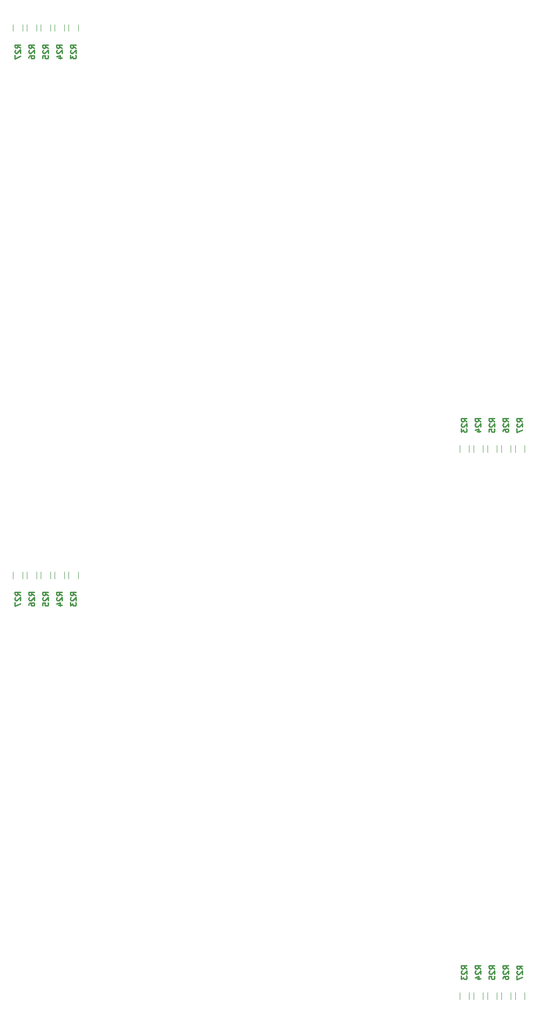
<source format=gbr>
G04 #@! TF.FileFunction,Legend,Bot*
%FSLAX46Y46*%
G04 Gerber Fmt 4.6, Leading zero omitted, Abs format (unit mm)*
G04 Created by KiCad (PCBNEW 4.0.7-e2-6376~58~ubuntu16.04.1) date Sun Nov 18 23:18:58 2018*
%MOMM*%
%LPD*%
G01*
G04 APERTURE LIST*
%ADD10C,0.100000*%
%ADD11C,0.120000*%
%ADD12C,0.250000*%
G04 APERTURE END LIST*
D10*
D11*
X60062580Y-112156880D02*
X60062580Y-110956880D01*
X58302580Y-110956880D02*
X58302580Y-112156880D01*
X62602580Y-112156880D02*
X62602580Y-110956880D01*
X60842580Y-110956880D02*
X60842580Y-112156880D01*
X65142580Y-112156880D02*
X65142580Y-110956880D01*
X63382580Y-110956880D02*
X63382580Y-112156880D01*
X54982580Y-112156880D02*
X54982580Y-110956880D01*
X53222580Y-110956880D02*
X53222580Y-112156880D01*
X57522580Y-112156880D02*
X57522580Y-110956880D01*
X55762580Y-110956880D02*
X55762580Y-112156880D01*
X139937420Y-187843120D02*
X139937420Y-189043120D01*
X141697420Y-189043120D02*
X141697420Y-187843120D01*
X137397420Y-187843120D02*
X137397420Y-189043120D01*
X139157420Y-189043120D02*
X139157420Y-187843120D01*
X134857420Y-187843120D02*
X134857420Y-189043120D01*
X136617420Y-189043120D02*
X136617420Y-187843120D01*
X145017420Y-187843120D02*
X145017420Y-189043120D01*
X146777420Y-189043120D02*
X146777420Y-187843120D01*
X142477420Y-187843120D02*
X142477420Y-189043120D01*
X144237420Y-189043120D02*
X144237420Y-187843120D01*
X139937420Y-87843120D02*
X139937420Y-89043120D01*
X141697420Y-89043120D02*
X141697420Y-87843120D01*
X137397420Y-87843120D02*
X137397420Y-89043120D01*
X139157420Y-89043120D02*
X139157420Y-87843120D01*
X134857420Y-87843120D02*
X134857420Y-89043120D01*
X136617420Y-89043120D02*
X136617420Y-87843120D01*
X145017420Y-87843120D02*
X145017420Y-89043120D01*
X146777420Y-89043120D02*
X146777420Y-87843120D01*
X142477420Y-87843120D02*
X142477420Y-89043120D01*
X144237420Y-89043120D02*
X144237420Y-87843120D01*
X65142580Y-12156880D02*
X65142580Y-10956880D01*
X63382580Y-10956880D02*
X63382580Y-12156880D01*
X62602580Y-12156880D02*
X62602580Y-10956880D01*
X60842580Y-10956880D02*
X60842580Y-12156880D01*
X60062580Y-12156880D02*
X60062580Y-10956880D01*
X58302580Y-10956880D02*
X58302580Y-12156880D01*
X57522580Y-12156880D02*
X57522580Y-10956880D01*
X55762580Y-10956880D02*
X55762580Y-12156880D01*
X54982580Y-12156880D02*
X54982580Y-10956880D01*
X53222580Y-10956880D02*
X53222580Y-12156880D01*
D12*
X59634581Y-115232143D02*
X59158390Y-114898809D01*
X59634581Y-114660714D02*
X58634581Y-114660714D01*
X58634581Y-115041667D01*
X58682200Y-115136905D01*
X58729819Y-115184524D01*
X58825057Y-115232143D01*
X58967914Y-115232143D01*
X59063152Y-115184524D01*
X59110771Y-115136905D01*
X59158390Y-115041667D01*
X59158390Y-114660714D01*
X58729819Y-115613095D02*
X58682200Y-115660714D01*
X58634581Y-115755952D01*
X58634581Y-115994048D01*
X58682200Y-116089286D01*
X58729819Y-116136905D01*
X58825057Y-116184524D01*
X58920295Y-116184524D01*
X59063152Y-116136905D01*
X59634581Y-115565476D01*
X59634581Y-116184524D01*
X58634581Y-117089286D02*
X58634581Y-116613095D01*
X59110771Y-116565476D01*
X59063152Y-116613095D01*
X59015533Y-116708333D01*
X59015533Y-116946429D01*
X59063152Y-117041667D01*
X59110771Y-117089286D01*
X59206010Y-117136905D01*
X59444105Y-117136905D01*
X59539343Y-117089286D01*
X59586962Y-117041667D01*
X59634581Y-116946429D01*
X59634581Y-116708333D01*
X59586962Y-116613095D01*
X59539343Y-116565476D01*
X62174961Y-115232143D02*
X61698770Y-114898809D01*
X62174961Y-114660714D02*
X61174961Y-114660714D01*
X61174961Y-115041667D01*
X61222580Y-115136905D01*
X61270199Y-115184524D01*
X61365437Y-115232143D01*
X61508294Y-115232143D01*
X61603532Y-115184524D01*
X61651151Y-115136905D01*
X61698770Y-115041667D01*
X61698770Y-114660714D01*
X61270199Y-115613095D02*
X61222580Y-115660714D01*
X61174961Y-115755952D01*
X61174961Y-115994048D01*
X61222580Y-116089286D01*
X61270199Y-116136905D01*
X61365437Y-116184524D01*
X61460675Y-116184524D01*
X61603532Y-116136905D01*
X62174961Y-115565476D01*
X62174961Y-116184524D01*
X61508294Y-117041667D02*
X62174961Y-117041667D01*
X61127342Y-116803571D02*
X61841628Y-116565476D01*
X61841628Y-117184524D01*
X64714581Y-115232143D02*
X64238390Y-114898809D01*
X64714581Y-114660714D02*
X63714581Y-114660714D01*
X63714581Y-115041667D01*
X63762200Y-115136905D01*
X63809819Y-115184524D01*
X63905057Y-115232143D01*
X64047914Y-115232143D01*
X64143152Y-115184524D01*
X64190771Y-115136905D01*
X64238390Y-115041667D01*
X64238390Y-114660714D01*
X63809819Y-115613095D02*
X63762200Y-115660714D01*
X63714581Y-115755952D01*
X63714581Y-115994048D01*
X63762200Y-116089286D01*
X63809819Y-116136905D01*
X63905057Y-116184524D01*
X64000295Y-116184524D01*
X64143152Y-116136905D01*
X64714581Y-115565476D01*
X64714581Y-116184524D01*
X63714581Y-116517857D02*
X63714581Y-117136905D01*
X64095533Y-116803571D01*
X64095533Y-116946429D01*
X64143152Y-117041667D01*
X64190771Y-117089286D01*
X64286010Y-117136905D01*
X64524105Y-117136905D01*
X64619343Y-117089286D01*
X64666962Y-117041667D01*
X64714581Y-116946429D01*
X64714581Y-116660714D01*
X64666962Y-116565476D01*
X64619343Y-116517857D01*
X54554581Y-115206743D02*
X54078390Y-114873409D01*
X54554581Y-114635314D02*
X53554581Y-114635314D01*
X53554581Y-115016267D01*
X53602200Y-115111505D01*
X53649819Y-115159124D01*
X53745057Y-115206743D01*
X53887914Y-115206743D01*
X53983152Y-115159124D01*
X54030771Y-115111505D01*
X54078390Y-115016267D01*
X54078390Y-114635314D01*
X53649819Y-115587695D02*
X53602200Y-115635314D01*
X53554581Y-115730552D01*
X53554581Y-115968648D01*
X53602200Y-116063886D01*
X53649819Y-116111505D01*
X53745057Y-116159124D01*
X53840295Y-116159124D01*
X53983152Y-116111505D01*
X54554581Y-115540076D01*
X54554581Y-116159124D01*
X53554581Y-116492457D02*
X53554581Y-117159124D01*
X54554581Y-116730552D01*
X57094581Y-115232143D02*
X56618390Y-114898809D01*
X57094581Y-114660714D02*
X56094581Y-114660714D01*
X56094581Y-115041667D01*
X56142200Y-115136905D01*
X56189819Y-115184524D01*
X56285057Y-115232143D01*
X56427914Y-115232143D01*
X56523152Y-115184524D01*
X56570771Y-115136905D01*
X56618390Y-115041667D01*
X56618390Y-114660714D01*
X56189819Y-115613095D02*
X56142200Y-115660714D01*
X56094581Y-115755952D01*
X56094581Y-115994048D01*
X56142200Y-116089286D01*
X56189819Y-116136905D01*
X56285057Y-116184524D01*
X56380295Y-116184524D01*
X56523152Y-116136905D01*
X57094581Y-115565476D01*
X57094581Y-116184524D01*
X56094581Y-117041667D02*
X56094581Y-116851190D01*
X56142200Y-116755952D01*
X56189819Y-116708333D01*
X56332676Y-116613095D01*
X56523152Y-116565476D01*
X56904105Y-116565476D01*
X56999343Y-116613095D01*
X57046962Y-116660714D01*
X57094581Y-116755952D01*
X57094581Y-116946429D01*
X57046962Y-117041667D01*
X56999343Y-117089286D01*
X56904105Y-117136905D01*
X56666010Y-117136905D01*
X56570771Y-117089286D01*
X56523152Y-117041667D01*
X56475533Y-116946429D01*
X56475533Y-116755952D01*
X56523152Y-116660714D01*
X56570771Y-116613095D01*
X56666010Y-116565476D01*
X141270181Y-183482143D02*
X140793990Y-183148809D01*
X141270181Y-182910714D02*
X140270181Y-182910714D01*
X140270181Y-183291667D01*
X140317800Y-183386905D01*
X140365419Y-183434524D01*
X140460657Y-183482143D01*
X140603514Y-183482143D01*
X140698752Y-183434524D01*
X140746371Y-183386905D01*
X140793990Y-183291667D01*
X140793990Y-182910714D01*
X140365419Y-183863095D02*
X140317800Y-183910714D01*
X140270181Y-184005952D01*
X140270181Y-184244048D01*
X140317800Y-184339286D01*
X140365419Y-184386905D01*
X140460657Y-184434524D01*
X140555895Y-184434524D01*
X140698752Y-184386905D01*
X141270181Y-183815476D01*
X141270181Y-184434524D01*
X140270181Y-185339286D02*
X140270181Y-184863095D01*
X140746371Y-184815476D01*
X140698752Y-184863095D01*
X140651133Y-184958333D01*
X140651133Y-185196429D01*
X140698752Y-185291667D01*
X140746371Y-185339286D01*
X140841610Y-185386905D01*
X141079705Y-185386905D01*
X141174943Y-185339286D01*
X141222562Y-185291667D01*
X141270181Y-185196429D01*
X141270181Y-184958333D01*
X141222562Y-184863095D01*
X141174943Y-184815476D01*
X138729801Y-183482143D02*
X138253610Y-183148809D01*
X138729801Y-182910714D02*
X137729801Y-182910714D01*
X137729801Y-183291667D01*
X137777420Y-183386905D01*
X137825039Y-183434524D01*
X137920277Y-183482143D01*
X138063134Y-183482143D01*
X138158372Y-183434524D01*
X138205991Y-183386905D01*
X138253610Y-183291667D01*
X138253610Y-182910714D01*
X137825039Y-183863095D02*
X137777420Y-183910714D01*
X137729801Y-184005952D01*
X137729801Y-184244048D01*
X137777420Y-184339286D01*
X137825039Y-184386905D01*
X137920277Y-184434524D01*
X138015515Y-184434524D01*
X138158372Y-184386905D01*
X138729801Y-183815476D01*
X138729801Y-184434524D01*
X138063134Y-185291667D02*
X138729801Y-185291667D01*
X137682182Y-185053571D02*
X138396468Y-184815476D01*
X138396468Y-185434524D01*
X136190181Y-183482143D02*
X135713990Y-183148809D01*
X136190181Y-182910714D02*
X135190181Y-182910714D01*
X135190181Y-183291667D01*
X135237800Y-183386905D01*
X135285419Y-183434524D01*
X135380657Y-183482143D01*
X135523514Y-183482143D01*
X135618752Y-183434524D01*
X135666371Y-183386905D01*
X135713990Y-183291667D01*
X135713990Y-182910714D01*
X135285419Y-183863095D02*
X135237800Y-183910714D01*
X135190181Y-184005952D01*
X135190181Y-184244048D01*
X135237800Y-184339286D01*
X135285419Y-184386905D01*
X135380657Y-184434524D01*
X135475895Y-184434524D01*
X135618752Y-184386905D01*
X136190181Y-183815476D01*
X136190181Y-184434524D01*
X135190181Y-184767857D02*
X135190181Y-185386905D01*
X135571133Y-185053571D01*
X135571133Y-185196429D01*
X135618752Y-185291667D01*
X135666371Y-185339286D01*
X135761610Y-185386905D01*
X135999705Y-185386905D01*
X136094943Y-185339286D01*
X136142562Y-185291667D01*
X136190181Y-185196429D01*
X136190181Y-184910714D01*
X136142562Y-184815476D01*
X136094943Y-184767857D01*
X146350181Y-183507543D02*
X145873990Y-183174209D01*
X146350181Y-182936114D02*
X145350181Y-182936114D01*
X145350181Y-183317067D01*
X145397800Y-183412305D01*
X145445419Y-183459924D01*
X145540657Y-183507543D01*
X145683514Y-183507543D01*
X145778752Y-183459924D01*
X145826371Y-183412305D01*
X145873990Y-183317067D01*
X145873990Y-182936114D01*
X145445419Y-183888495D02*
X145397800Y-183936114D01*
X145350181Y-184031352D01*
X145350181Y-184269448D01*
X145397800Y-184364686D01*
X145445419Y-184412305D01*
X145540657Y-184459924D01*
X145635895Y-184459924D01*
X145778752Y-184412305D01*
X146350181Y-183840876D01*
X146350181Y-184459924D01*
X145350181Y-184793257D02*
X145350181Y-185459924D01*
X146350181Y-185031352D01*
X143810181Y-183482143D02*
X143333990Y-183148809D01*
X143810181Y-182910714D02*
X142810181Y-182910714D01*
X142810181Y-183291667D01*
X142857800Y-183386905D01*
X142905419Y-183434524D01*
X143000657Y-183482143D01*
X143143514Y-183482143D01*
X143238752Y-183434524D01*
X143286371Y-183386905D01*
X143333990Y-183291667D01*
X143333990Y-182910714D01*
X142905419Y-183863095D02*
X142857800Y-183910714D01*
X142810181Y-184005952D01*
X142810181Y-184244048D01*
X142857800Y-184339286D01*
X142905419Y-184386905D01*
X143000657Y-184434524D01*
X143095895Y-184434524D01*
X143238752Y-184386905D01*
X143810181Y-183815476D01*
X143810181Y-184434524D01*
X142810181Y-185291667D02*
X142810181Y-185101190D01*
X142857800Y-185005952D01*
X142905419Y-184958333D01*
X143048276Y-184863095D01*
X143238752Y-184815476D01*
X143619705Y-184815476D01*
X143714943Y-184863095D01*
X143762562Y-184910714D01*
X143810181Y-185005952D01*
X143810181Y-185196429D01*
X143762562Y-185291667D01*
X143714943Y-185339286D01*
X143619705Y-185386905D01*
X143381610Y-185386905D01*
X143286371Y-185339286D01*
X143238752Y-185291667D01*
X143191133Y-185196429D01*
X143191133Y-185005952D01*
X143238752Y-184910714D01*
X143286371Y-184863095D01*
X143381610Y-184815476D01*
X141270181Y-83482143D02*
X140793990Y-83148809D01*
X141270181Y-82910714D02*
X140270181Y-82910714D01*
X140270181Y-83291667D01*
X140317800Y-83386905D01*
X140365419Y-83434524D01*
X140460657Y-83482143D01*
X140603514Y-83482143D01*
X140698752Y-83434524D01*
X140746371Y-83386905D01*
X140793990Y-83291667D01*
X140793990Y-82910714D01*
X140365419Y-83863095D02*
X140317800Y-83910714D01*
X140270181Y-84005952D01*
X140270181Y-84244048D01*
X140317800Y-84339286D01*
X140365419Y-84386905D01*
X140460657Y-84434524D01*
X140555895Y-84434524D01*
X140698752Y-84386905D01*
X141270181Y-83815476D01*
X141270181Y-84434524D01*
X140270181Y-85339286D02*
X140270181Y-84863095D01*
X140746371Y-84815476D01*
X140698752Y-84863095D01*
X140651133Y-84958333D01*
X140651133Y-85196429D01*
X140698752Y-85291667D01*
X140746371Y-85339286D01*
X140841610Y-85386905D01*
X141079705Y-85386905D01*
X141174943Y-85339286D01*
X141222562Y-85291667D01*
X141270181Y-85196429D01*
X141270181Y-84958333D01*
X141222562Y-84863095D01*
X141174943Y-84815476D01*
X138729801Y-83482143D02*
X138253610Y-83148809D01*
X138729801Y-82910714D02*
X137729801Y-82910714D01*
X137729801Y-83291667D01*
X137777420Y-83386905D01*
X137825039Y-83434524D01*
X137920277Y-83482143D01*
X138063134Y-83482143D01*
X138158372Y-83434524D01*
X138205991Y-83386905D01*
X138253610Y-83291667D01*
X138253610Y-82910714D01*
X137825039Y-83863095D02*
X137777420Y-83910714D01*
X137729801Y-84005952D01*
X137729801Y-84244048D01*
X137777420Y-84339286D01*
X137825039Y-84386905D01*
X137920277Y-84434524D01*
X138015515Y-84434524D01*
X138158372Y-84386905D01*
X138729801Y-83815476D01*
X138729801Y-84434524D01*
X138063134Y-85291667D02*
X138729801Y-85291667D01*
X137682182Y-85053571D02*
X138396468Y-84815476D01*
X138396468Y-85434524D01*
X136190181Y-83482143D02*
X135713990Y-83148809D01*
X136190181Y-82910714D02*
X135190181Y-82910714D01*
X135190181Y-83291667D01*
X135237800Y-83386905D01*
X135285419Y-83434524D01*
X135380657Y-83482143D01*
X135523514Y-83482143D01*
X135618752Y-83434524D01*
X135666371Y-83386905D01*
X135713990Y-83291667D01*
X135713990Y-82910714D01*
X135285419Y-83863095D02*
X135237800Y-83910714D01*
X135190181Y-84005952D01*
X135190181Y-84244048D01*
X135237800Y-84339286D01*
X135285419Y-84386905D01*
X135380657Y-84434524D01*
X135475895Y-84434524D01*
X135618752Y-84386905D01*
X136190181Y-83815476D01*
X136190181Y-84434524D01*
X135190181Y-84767857D02*
X135190181Y-85386905D01*
X135571133Y-85053571D01*
X135571133Y-85196429D01*
X135618752Y-85291667D01*
X135666371Y-85339286D01*
X135761610Y-85386905D01*
X135999705Y-85386905D01*
X136094943Y-85339286D01*
X136142562Y-85291667D01*
X136190181Y-85196429D01*
X136190181Y-84910714D01*
X136142562Y-84815476D01*
X136094943Y-84767857D01*
X146350181Y-83507543D02*
X145873990Y-83174209D01*
X146350181Y-82936114D02*
X145350181Y-82936114D01*
X145350181Y-83317067D01*
X145397800Y-83412305D01*
X145445419Y-83459924D01*
X145540657Y-83507543D01*
X145683514Y-83507543D01*
X145778752Y-83459924D01*
X145826371Y-83412305D01*
X145873990Y-83317067D01*
X145873990Y-82936114D01*
X145445419Y-83888495D02*
X145397800Y-83936114D01*
X145350181Y-84031352D01*
X145350181Y-84269448D01*
X145397800Y-84364686D01*
X145445419Y-84412305D01*
X145540657Y-84459924D01*
X145635895Y-84459924D01*
X145778752Y-84412305D01*
X146350181Y-83840876D01*
X146350181Y-84459924D01*
X145350181Y-84793257D02*
X145350181Y-85459924D01*
X146350181Y-85031352D01*
X143810181Y-83482143D02*
X143333990Y-83148809D01*
X143810181Y-82910714D02*
X142810181Y-82910714D01*
X142810181Y-83291667D01*
X142857800Y-83386905D01*
X142905419Y-83434524D01*
X143000657Y-83482143D01*
X143143514Y-83482143D01*
X143238752Y-83434524D01*
X143286371Y-83386905D01*
X143333990Y-83291667D01*
X143333990Y-82910714D01*
X142905419Y-83863095D02*
X142857800Y-83910714D01*
X142810181Y-84005952D01*
X142810181Y-84244048D01*
X142857800Y-84339286D01*
X142905419Y-84386905D01*
X143000657Y-84434524D01*
X143095895Y-84434524D01*
X143238752Y-84386905D01*
X143810181Y-83815476D01*
X143810181Y-84434524D01*
X142810181Y-85291667D02*
X142810181Y-85101190D01*
X142857800Y-85005952D01*
X142905419Y-84958333D01*
X143048276Y-84863095D01*
X143238752Y-84815476D01*
X143619705Y-84815476D01*
X143714943Y-84863095D01*
X143762562Y-84910714D01*
X143810181Y-85005952D01*
X143810181Y-85196429D01*
X143762562Y-85291667D01*
X143714943Y-85339286D01*
X143619705Y-85386905D01*
X143381610Y-85386905D01*
X143286371Y-85339286D01*
X143238752Y-85291667D01*
X143191133Y-85196429D01*
X143191133Y-85005952D01*
X143238752Y-84910714D01*
X143286371Y-84863095D01*
X143381610Y-84815476D01*
X64714581Y-15232143D02*
X64238390Y-14898809D01*
X64714581Y-14660714D02*
X63714581Y-14660714D01*
X63714581Y-15041667D01*
X63762200Y-15136905D01*
X63809819Y-15184524D01*
X63905057Y-15232143D01*
X64047914Y-15232143D01*
X64143152Y-15184524D01*
X64190771Y-15136905D01*
X64238390Y-15041667D01*
X64238390Y-14660714D01*
X63809819Y-15613095D02*
X63762200Y-15660714D01*
X63714581Y-15755952D01*
X63714581Y-15994048D01*
X63762200Y-16089286D01*
X63809819Y-16136905D01*
X63905057Y-16184524D01*
X64000295Y-16184524D01*
X64143152Y-16136905D01*
X64714581Y-15565476D01*
X64714581Y-16184524D01*
X63714581Y-16517857D02*
X63714581Y-17136905D01*
X64095533Y-16803571D01*
X64095533Y-16946429D01*
X64143152Y-17041667D01*
X64190771Y-17089286D01*
X64286010Y-17136905D01*
X64524105Y-17136905D01*
X64619343Y-17089286D01*
X64666962Y-17041667D01*
X64714581Y-16946429D01*
X64714581Y-16660714D01*
X64666962Y-16565476D01*
X64619343Y-16517857D01*
X62174961Y-15232143D02*
X61698770Y-14898809D01*
X62174961Y-14660714D02*
X61174961Y-14660714D01*
X61174961Y-15041667D01*
X61222580Y-15136905D01*
X61270199Y-15184524D01*
X61365437Y-15232143D01*
X61508294Y-15232143D01*
X61603532Y-15184524D01*
X61651151Y-15136905D01*
X61698770Y-15041667D01*
X61698770Y-14660714D01*
X61270199Y-15613095D02*
X61222580Y-15660714D01*
X61174961Y-15755952D01*
X61174961Y-15994048D01*
X61222580Y-16089286D01*
X61270199Y-16136905D01*
X61365437Y-16184524D01*
X61460675Y-16184524D01*
X61603532Y-16136905D01*
X62174961Y-15565476D01*
X62174961Y-16184524D01*
X61508294Y-17041667D02*
X62174961Y-17041667D01*
X61127342Y-16803571D02*
X61841628Y-16565476D01*
X61841628Y-17184524D01*
X59634581Y-15232143D02*
X59158390Y-14898809D01*
X59634581Y-14660714D02*
X58634581Y-14660714D01*
X58634581Y-15041667D01*
X58682200Y-15136905D01*
X58729819Y-15184524D01*
X58825057Y-15232143D01*
X58967914Y-15232143D01*
X59063152Y-15184524D01*
X59110771Y-15136905D01*
X59158390Y-15041667D01*
X59158390Y-14660714D01*
X58729819Y-15613095D02*
X58682200Y-15660714D01*
X58634581Y-15755952D01*
X58634581Y-15994048D01*
X58682200Y-16089286D01*
X58729819Y-16136905D01*
X58825057Y-16184524D01*
X58920295Y-16184524D01*
X59063152Y-16136905D01*
X59634581Y-15565476D01*
X59634581Y-16184524D01*
X58634581Y-17089286D02*
X58634581Y-16613095D01*
X59110771Y-16565476D01*
X59063152Y-16613095D01*
X59015533Y-16708333D01*
X59015533Y-16946429D01*
X59063152Y-17041667D01*
X59110771Y-17089286D01*
X59206010Y-17136905D01*
X59444105Y-17136905D01*
X59539343Y-17089286D01*
X59586962Y-17041667D01*
X59634581Y-16946429D01*
X59634581Y-16708333D01*
X59586962Y-16613095D01*
X59539343Y-16565476D01*
X57094581Y-15232143D02*
X56618390Y-14898809D01*
X57094581Y-14660714D02*
X56094581Y-14660714D01*
X56094581Y-15041667D01*
X56142200Y-15136905D01*
X56189819Y-15184524D01*
X56285057Y-15232143D01*
X56427914Y-15232143D01*
X56523152Y-15184524D01*
X56570771Y-15136905D01*
X56618390Y-15041667D01*
X56618390Y-14660714D01*
X56189819Y-15613095D02*
X56142200Y-15660714D01*
X56094581Y-15755952D01*
X56094581Y-15994048D01*
X56142200Y-16089286D01*
X56189819Y-16136905D01*
X56285057Y-16184524D01*
X56380295Y-16184524D01*
X56523152Y-16136905D01*
X57094581Y-15565476D01*
X57094581Y-16184524D01*
X56094581Y-17041667D02*
X56094581Y-16851190D01*
X56142200Y-16755952D01*
X56189819Y-16708333D01*
X56332676Y-16613095D01*
X56523152Y-16565476D01*
X56904105Y-16565476D01*
X56999343Y-16613095D01*
X57046962Y-16660714D01*
X57094581Y-16755952D01*
X57094581Y-16946429D01*
X57046962Y-17041667D01*
X56999343Y-17089286D01*
X56904105Y-17136905D01*
X56666010Y-17136905D01*
X56570771Y-17089286D01*
X56523152Y-17041667D01*
X56475533Y-16946429D01*
X56475533Y-16755952D01*
X56523152Y-16660714D01*
X56570771Y-16613095D01*
X56666010Y-16565476D01*
X54554581Y-15206743D02*
X54078390Y-14873409D01*
X54554581Y-14635314D02*
X53554581Y-14635314D01*
X53554581Y-15016267D01*
X53602200Y-15111505D01*
X53649819Y-15159124D01*
X53745057Y-15206743D01*
X53887914Y-15206743D01*
X53983152Y-15159124D01*
X54030771Y-15111505D01*
X54078390Y-15016267D01*
X54078390Y-14635314D01*
X53649819Y-15587695D02*
X53602200Y-15635314D01*
X53554581Y-15730552D01*
X53554581Y-15968648D01*
X53602200Y-16063886D01*
X53649819Y-16111505D01*
X53745057Y-16159124D01*
X53840295Y-16159124D01*
X53983152Y-16111505D01*
X54554581Y-15540076D01*
X54554581Y-16159124D01*
X53554581Y-16492457D02*
X53554581Y-17159124D01*
X54554581Y-16730552D01*
M02*

</source>
